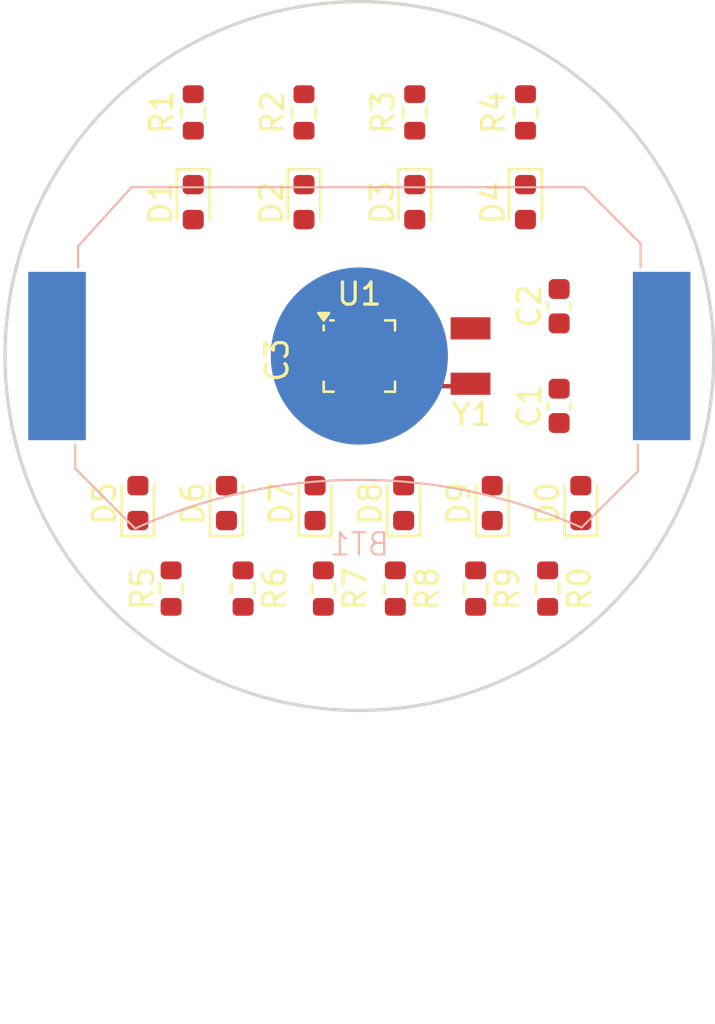
<source format=kicad_pcb>
(kicad_pcb (version 20241229) (generator "pcbnew") (generator_version "9.0")
  (layers (0 "F.Cu" signal) (2 "B.Cu" signal) (13 "F.Paste" user) (15 "B.Paste" user) (5 "F.SilkS" user "F.Silkscreen") (7 "B.SilkS" user "B.Silkscreen") (1 "F.Mask" user) (3 "B.Mask" user) (25 "Edge.Cuts" user))
  (net 0 "")
  (net 1 "Net-(U1-PB3)")
  (net 2 "Net-(U1-PB2)")
  (net 3 "Net-(D1-A)")
  (net 4 "Net-(D1-K)")
  (net 5 "Net-(D2-K)")
  (net 6 "Net-(D2-A)")
  (net 7 "Net-(D3-A)")
  (net 8 "Net-(D3-K)")
  (net 9 "Net-(D4-A)")
  (net 10 "Net-(D4-K)")
  (net 11 "Net-(D5-K)")
  (net 12 "Net-(D5-A)")
  (net 13 "Net-(D6-A)")
  (net 14 "Net-(D6-K)")
  (net 15 "Net-(D7-K)")
  (net 16 "Net-(D7-A)")
  (net 17 "Net-(D8-K)")
  (net 18 "Net-(D8-A)")
  (net 19 "Net-(D9-K)")
  (net 20 "Net-(D9-A)")
  (net 25 "VCC")
  (net 26 "GND")
  (net 27 "Net-(D0-A)")
  (net 28 "Net-(D0-K)")
  (footprint "Resistor_SMD:R_0603_1608Metric" (layer "F.Cu") (at 94.75 110.5 -90)
    (property "Reference" "R6" (at 0 -1.43 90) (layer "F.SilkS"))
    (property "Value" "50Ω")
    (fp_line (start -0.237258 0.5225) (end 0.237258 0.5225) (stroke (width 0.12)) (layer "F.SilkS"))
    (fp_line (start -0.237258 -0.5225) (end 0.237258 -0.5225) (stroke (width 0.12)) (layer "F.SilkS"))
    (pad "1" smd roundrect (at -0.825 0 270) (size 0.8 0.95) (layers "F.Cu" "F.Mask" "F.Paste") (net 14 "Net-(D6-K)"))
    (pad "2" smd roundrect (at 0.825 0 270) (size 0.8 0.95) (layers "F.Cu" "F.Mask" "F.Paste") (net 26 "GND"))
  )
  (footprint "LED_SMD:LED_0603_1608Metric" (layer "F.Cu") (at 106 106.64 90)
    (property "Reference" "D9" (at -0.02 -1.51 90) (layer "F.SilkS"))
    (property "Value" "LED")
    (fp_line (start 0.8 -0.735) (end -1.485 -0.735) (stroke (width 0.12)) (layer "F.SilkS"))
    (fp_line (start -1.485 -0.735) (end -1.485 0.735) (stroke (width 0.12)) (layer "F.SilkS"))
    (fp_line (start -1.485 0.735) (end 0.8 0.735) (stroke (width 0.12)) (layer "F.SilkS"))
    (pad "1" smd roundrect (at -0.7875 0 90) (size 0.875 0.95) (layers "F.Cu" "F.Mask" "F.Paste") (net 19 "Net-(D9-K)"))
    (pad "2" smd roundrect (at 0.7875 0 90) (size 0.875 0.95) (layers "F.Cu" "F.Mask" "F.Paste") (net 20 "Net-(D9-A)"))
  )
  (footprint "LED_SMD:LED_0603_1608Metric" (layer "F.Cu") (at 90 106.64 90)
    (property "Reference" "D5" (at -0.02 -1.51 90) (layer "F.SilkS"))
    (property "Value" "LED")
    (fp_line (start 0.8 -0.735) (end -1.485 -0.735) (stroke (width 0.12)) (layer "F.SilkS"))
    (fp_line (start -1.485 -0.735) (end -1.485 0.735) (stroke (width 0.12)) (layer "F.SilkS"))
    (fp_line (start -1.485 0.735) (end 0.8 0.735) (stroke (width 0.12)) (layer "F.SilkS"))
    (pad "1" smd roundrect (at -0.7875 0 90) (size 0.875 0.95) (layers "F.Cu" "F.Mask" "F.Paste") (net 11 "Net-(D5-K)"))
    (pad "2" smd roundrect (at 0.7875 0 90) (size 0.875 0.95) (layers "F.Cu" "F.Mask" "F.Paste") (net 12 "Net-(D5-A)"))
  )
  (footprint "Package_DFN_QFN:VQFN-20-1EP_3x3mm_P0.4mm_EP1.7x1.7mm" (layer "F.Cu") (at 100 100)
    (property "Reference" "U1" (at 0 -2.8 0) (layer "F.SilkS"))
    (property "Value" "ATtiny1616-M")
    (fp_line (start -1.61 -1.16) (end -1.61 -1.37) (stroke (width 0.12)) (layer "F.SilkS"))
    (fp_line (start -1.61 1.61) (end -1.61 1.16) (stroke (width 0.12)) (layer "F.SilkS"))
    (fp_line (start -1.16 -1.61) (end -1.31 -1.61) (stroke (width 0.12)) (layer "F.SilkS"))
    (fp_line (start -1.16 1.61) (end -1.61 1.61) (stroke (width 0.12)) (layer "F.SilkS"))
    (fp_line (start 1.16 -1.61) (end 1.61 -1.61) (stroke (width 0.12)) (layer "F.SilkS"))
    (fp_line (start 1.16 1.61) (end 1.61 1.61) (stroke (width 0.12)) (layer "F.SilkS"))
    (fp_line (start 1.61 -1.61) (end 1.61 -1.16) (stroke (width 0.12)) (layer "F.SilkS"))
    (fp_line (start 1.61 1.61) (end 1.61 1.16) (stroke (width 0.12)) (layer "F.SilkS"))
    (fp_poly (pts (xy -1.61 -1.61) (xy -1.85 -1.94) (xy -1.37 -1.94)) (stroke (width 0.12)) (fill yes) (layer "F.SilkS"))
    (pad "1" smd custom (at -1.45 -0.8) (size 0.143431 0.143431) (layers "F.Cu" "F.Mask" "F.Paste") (options (clearance outline) (anchor circle)) (primitives (gr_poly (pts (xy -0.35 -0.05) (xy 0.299289 -0.05) (xy 0.35 0.000711) (xy 0.35 0.05) (xy -0.35 0.05)) (width 0.1) (fill yes))))
    (pad "2" smd roundrect (at -1.45 -0.4) (size 0.8 0.2) (layers "F.Cu" "F.Mask" "F.Paste"))
    (pad "3" smd roundrect (at -1.45 0) (size 0.8 0.2) (layers "F.Cu" "F.Mask" "F.Paste") (net 26 "GND"))
    (pad "4" smd roundrect (at -1.45 0.4) (size 0.8 0.2) (layers "F.Cu" "F.Mask" "F.Paste") (net 25 "VCC"))
    (pad "5" smd custom (at -1.45 0.8) (size 0.143431 0.143431) (layers "F.Cu" "F.Mask" "F.Paste") (net 12 "Net-(D5-A)") (options (clearance outline) (anchor circle)) (primitives (gr_poly (pts (xy -0.35 -0.05) (xy 0.35 -0.05) (xy 0.35 -0.000711) (xy 0.299289 0.05) (xy -0.35 0.05)) (width 0.1) (fill yes))))
    (pad "6" smd custom (at -0.8 1.45) (size 0.143431 0.143431) (layers "F.Cu" "F.Mask" "F.Paste") (net 13 "Net-(D6-A)") (options (clearance outline) (anchor circle)) (primitives (gr_poly (pts (xy -0.05 -0.299289) (xy 0.000711 -0.35) (xy 0.05 -0.35) (xy 0.05 0.35) (xy -0.05 0.35)) (width 0.1) (fill yes))))
    (pad "7" smd roundrect (at -0.4 1.45) (size 0.2 0.8) (layers "F.Cu" "F.Mask" "F.Paste") (net 16 "Net-(D7-A)"))
    (pad "8" smd roundrect (at 0 1.45) (size 0.2 0.8) (layers "F.Cu" "F.Mask" "F.Paste") (net 18 "Net-(D8-A)"))
    (pad "9" smd roundrect (at 0.4 1.45) (size 0.2 0.8) (layers "F.Cu" "F.Mask" "F.Paste") (net 20 "Net-(D9-A)"))
    (pad "10" smd custom (at 0.8 1.45) (size 0.143431 0.143431) (layers "F.Cu" "F.Mask" "F.Paste") (net 27 "Net-(D0-A)") (options (clearance outline) (anchor circle)) (primitives (gr_poly (pts (xy -0.05 -0.35) (xy -0.000711 -0.35) (xy 0.05 -0.299289) (xy 0.05 0.35) (xy -0.05 0.35)) (width 0.1) (fill yes))))
    (pad "11" smd custom (at 1.45 0.8) (size 0.143431 0.143431) (layers "F.Cu" "F.Mask" "F.Paste") (net 1 "Net-(U1-PB3)") (options (clearance outline) (anchor circle)) (primitives (gr_poly (pts (xy -0.35 -0.05) (xy 0.35 -0.05) (xy 0.35 0.05) (xy -0.299289 0.05) (xy -0.35 -0.000711)) (width 0.1) (fill yes))))
    (pad "12" smd roundrect (at 1.45 0.4) (size 0.8 0.2) (layers "F.Cu" "F.Mask" "F.Paste") (net 2 "Net-(U1-PB2)"))
    (pad "13" smd roundrect (at 1.45 0) (size 0.8 0.2) (layers "F.Cu" "F.Mask" "F.Paste"))
    (pad "14" smd roundrect (at 1.45 -0.4) (size 0.8 0.2) (layers "F.Cu" "F.Mask" "F.Paste"))
    (pad "15" smd custom (at 1.45 -0.8) (size 0.143431 0.143431) (layers "F.Cu" "F.Mask" "F.Paste") (options (clearance outline) (anchor circle)) (primitives (gr_poly (pts (xy -0.35 0.000711) (xy -0.299289 -0.05) (xy 0.35 -0.05) (xy 0.35 0.05) (xy -0.35 0.05)) (width 0.1) (fill yes))))
    (pad "16" smd custom (at 0.8 -1.45) (size 0.143431 0.143431) (layers "F.Cu" "F.Mask" "F.Paste") (net 6 "Net-(D2-A)") (options (clearance outline) (anchor circle)) (primitives (gr_poly (pts (xy -0.05 -0.35) (xy 0.05 -0.35) (xy 0.05 0.299289) (xy -0.000711 0.35) (xy -0.05 0.35)) (width 0.1) (fill yes))))
    (pad "17" smd roundrect (at 0.4 -1.45) (size 0.2 0.8) (layers "F.Cu" "F.Mask" "F.Paste") (net 7 "Net-(D3-A)"))
    (pad "18" smd roundrect (at 0 -1.45) (size 0.2 0.8) (layers "F.Cu" "F.Mask" "F.Paste") (net 9 "Net-(D4-A)"))
    (pad "19" smd roundrect (at -0.4 -1.45) (size 0.2 0.8) (layers "F.Cu" "F.Mask" "F.Paste"))
    (pad "20" smd custom (at -0.8 -1.45) (size 0.143431 0.143431) (layers "F.Cu" "F.Mask" "F.Paste") (net 3 "Net-(D1-A)") (options (clearance outline) (anchor circle)) (primitives (gr_poly (pts (xy -0.05 -0.35) (xy 0.05 -0.35) (xy 0.05 0.35) (xy 0.000711 0.35) (xy -0.05 0.299289)) (width 0.1) (fill yes))))
    (pad "21" smd rect (at 0 0) (size 1.7 1.7) (property pad_prop_heatsink) (layers "F.Cu" "F.Mask") (net 26 "GND"))
  )
  (footprint "LED_SMD:LED_0603_1608Metric" (layer "F.Cu") (at 98 106.64 90)
    (property "Reference" "D7" (at -0.02 -1.51 90) (layer "F.SilkS"))
    (property "Value" "LED")
    (fp_line (start 0.8 -0.735) (end -1.485 -0.735) (stroke (width 0.12)) (layer "F.SilkS"))
    (fp_line (start -1.485 -0.735) (end -1.485 0.735) (stroke (width 0.12)) (layer "F.SilkS"))
    (fp_line (start -1.485 0.735) (end 0.8 0.735) (stroke (width 0.12)) (layer "F.SilkS"))
    (pad "1" smd roundrect (at -0.7875 0 90) (size 0.875 0.95) (layers "F.Cu" "F.Mask" "F.Paste") (net 15 "Net-(D7-K)"))
    (pad "2" smd roundrect (at 0.7875 0 90) (size 0.875 0.95) (layers "F.Cu" "F.Mask" "F.Paste") (net 16 "Net-(D7-A)"))
  )
  (footprint "Resistor_SMD:R_0603_1608Metric" (layer "F.Cu") (at 92.5 89 90)
    (property "Reference" "R1" (at 0 -1.43 90) (layer "F.SilkS"))
    (property "Value" "50Ω")
    (fp_line (start -0.237258 -0.5225) (end 0.237258 -0.5225) (stroke (width 0.12)) (layer "F.SilkS"))
    (fp_line (start -0.237258 0.5225) (end 0.237258 0.5225) (stroke (width 0.12)) (layer "F.SilkS"))
    (pad "1" smd roundrect (at -0.825 0 90) (size 0.8 0.95) (layers "F.Cu" "F.Mask" "F.Paste") (net 4 "Net-(D1-K)"))
    (pad "2" smd roundrect (at 0.825 0 90) (size 0.8 0.95) (layers "F.Cu" "F.Mask" "F.Paste") (net 26 "GND"))
  )
  (footprint "Capacitor_SMD:C_0603_1608Metric" (layer "F.Cu") (at 109.02 102.25 -90)
    (property "Reference" "C1" (at 0 1.35 90) (layer "F.SilkS"))
    (property "Value" "15pf")
    (fp_line (start -0.14058 0.51) (end 0.14058 0.51) (stroke (width 0.12)) (layer "F.SilkS"))
    (fp_line (start -0.14058 -0.51) (end 0.14058 -0.51) (stroke (width 0.12)) (layer "F.SilkS"))
    (pad "1" smd roundrect (at -0.775 0 270) (size 0.9 0.95) (layers "F.Cu" "F.Mask" "F.Paste") (net 1 "Net-(U1-PB3)"))
    (pad "2" smd roundrect (at 0.775 0 270) (size 0.9 0.95) (layers "F.Cu" "F.Mask" "F.Paste") (net 26 "GND"))
  )
  (footprint "Resistor_SMD:R_0603_1608Metric" (layer "F.Cu") (at 98.375 110.5 -90)
    (property "Reference" "R7" (at 0 -1.43 90) (layer "F.SilkS"))
    (property "Value" "50Ω")
    (fp_line (start -0.237258 0.5225) (end 0.237258 0.5225) (stroke (width 0.12)) (layer "F.SilkS"))
    (fp_line (start -0.237258 -0.5225) (end 0.237258 -0.5225) (stroke (width 0.12)) (layer "F.SilkS"))
    (pad "1" smd roundrect (at -0.825 0 270) (size 0.8 0.95) (layers "F.Cu" "F.Mask" "F.Paste") (net 15 "Net-(D7-K)"))
    (pad "2" smd roundrect (at 0.825 0 270) (size 0.8 0.95) (layers "F.Cu" "F.Mask" "F.Paste") (net 26 "GND"))
  )
  (footprint "LED_SMD:LED_0603_1608Metric" (layer "F.Cu") (at 92.5 93.05 -90)
    (property "Reference" "D1" (at 0.03 1.47 90) (layer "F.SilkS"))
    (property "Value" "LED")
    (fp_line (start -1.485 0.735) (end 0.8 0.735) (stroke (width 0.12)) (layer "F.SilkS"))
    (fp_line (start -1.485 -0.735) (end -1.485 0.735) (stroke (width 0.12)) (layer "F.SilkS"))
    (fp_line (start 0.8 -0.735) (end -1.485 -0.735) (stroke (width 0.12)) (layer "F.SilkS"))
    (pad "1" smd roundrect (at -0.7875 0 270) (size 0.875 0.95) (layers "F.Cu" "F.Mask" "F.Paste") (net 4 "Net-(D1-K)"))
    (pad "2" smd roundrect (at 0.7875 0 270) (size 0.875 0.95) (layers "F.Cu" "F.Mask" "F.Paste") (net 3 "Net-(D1-A)"))
  )
  (footprint "Capacitor_SMD:C_0201_0603Metric" (layer "F.Cu") (at 97.33 100.18 90)
    (property "Reference" "C3" (at 0 -1.05 90) (layer "F.SilkS"))
    (property "Value" "0.1 µF")
    (pad "1" smd roundrect (at -0.32 0 90) (size 0.46 0.4) (layers "F.Cu" "F.Mask") (net 25 "VCC"))
    (pad "2" smd roundrect (at 0.32 0 90) (size 0.46 0.4) (layers "F.Cu" "F.Mask") (net 26 "GND"))
  )
  (footprint "Resistor_SMD:R_0603_1608Metric" (layer "F.Cu") (at 107.5 89 90)
    (property "Reference" "R4" (at 0 -1.43 90) (layer "F.SilkS"))
    (property "Value" "50Ω")
    (fp_line (start -0.237258 -0.5225) (end 0.237258 -0.5225) (stroke (width 0.12)) (layer "F.SilkS"))
    (fp_line (start -0.237258 0.5225) (end 0.237258 0.5225) (stroke (width 0.12)) (layer "F.SilkS"))
    (pad "1" smd roundrect (at -0.825 0 90) (size 0.8 0.95) (layers "F.Cu" "F.Mask" "F.Paste") (net 10 "Net-(D4-K)"))
    (pad "2" smd roundrect (at 0.825 0 90) (size 0.8 0.95) (layers "F.Cu" "F.Mask" "F.Paste") (net 26 "GND"))
  )
  (footprint "LED_SMD:LED_0603_1608Metric" (layer "F.Cu") (at 102.5 93.05 -90)
    (property "Reference" "D3" (at 0.02 1.47 90) (layer "F.SilkS"))
    (property "Value" "LED")
    (fp_line (start -1.485 0.735) (end 0.8 0.735) (stroke (width 0.12)) (layer "F.SilkS"))
    (fp_line (start -1.485 -0.735) (end -1.485 0.735) (stroke (width 0.12)) (layer "F.SilkS"))
    (fp_line (start 0.8 -0.735) (end -1.485 -0.735) (stroke (width 0.12)) (layer "F.SilkS"))
    (pad "1" smd roundrect (at -0.7875 0 270) (size 0.875 0.95) (layers "F.Cu" "F.Mask" "F.Paste") (net 8 "Net-(D3-K)"))
    (pad "2" smd roundrect (at 0.7875 0 270) (size 0.875 0.95) (layers "F.Cu" "F.Mask" "F.Paste") (net 7 "Net-(D3-A)"))
  )
  (footprint "LED_SMD:LED_0603_1608Metric" (layer "F.Cu") (at 94 106.64 90)
    (property "Reference" "D6" (at -0.02 -1.51 90) (layer "F.SilkS"))
    (property "Value" "LED")
    (fp_line (start 0.8 -0.735) (end -1.485 -0.735) (stroke (width 0.12)) (layer "F.SilkS"))
    (fp_line (start -1.485 -0.735) (end -1.485 0.735) (stroke (width 0.12)) (layer "F.SilkS"))
    (fp_line (start -1.485 0.735) (end 0.8 0.735) (stroke (width 0.12)) (layer "F.SilkS"))
    (pad "1" smd roundrect (at -0.7875 0 90) (size 0.875 0.95) (layers "F.Cu" "F.Mask" "F.Paste") (net 14 "Net-(D6-K)"))
    (pad "2" smd roundrect (at 0.7875 0 90) (size 0.875 0.95) (layers "F.Cu" "F.Mask" "F.Paste") (net 13 "Net-(D6-A)"))
  )
  (footprint "LED_SMD:LED_0603_1608Metric" (layer "F.Cu") (at 97.5 93.05 -90)
    (property "Reference" "D2" (at 0.03 1.47 90) (layer "F.SilkS"))
    (property "Value" "LED")
    (fp_line (start -1.485 0.735) (end 0.8 0.735) (stroke (width 0.12)) (layer "F.SilkS"))
    (fp_line (start -1.485 -0.735) (end -1.485 0.735) (stroke (width 0.12)) (layer "F.SilkS"))
    (fp_line (start 0.8 -0.735) (end -1.485 -0.735) (stroke (width 0.12)) (layer "F.SilkS"))
    (pad "1" smd roundrect (at -0.7875 0 270) (size 0.875 0.95) (layers "F.Cu" "F.Mask" "F.Paste") (net 5 "Net-(D2-K)"))
    (pad "2" smd roundrect (at 0.7875 0 270) (size 0.875 0.95) (layers "F.Cu" "F.Mask" "F.Paste") (net 6 "Net-(D2-A)"))
  )
  (footprint "LED_SMD:LED_0603_1608Metric" (layer "F.Cu") (at 107.5 93.05 -90)
    (property "Reference" "D4" (at 0.02 1.47 90) (layer "F.SilkS"))
    (property "Value" "LED")
    (fp_line (start -1.485 0.735) (end 0.8 0.735) (stroke (width 0.12)) (layer "F.SilkS"))
    (fp_line (start -1.485 -0.735) (end -1.485 0.735) (stroke (width 0.12)) (layer "F.SilkS"))
    (fp_line (start 0.8 -0.735) (end -1.485 -0.735) (stroke (width 0.12)) (layer "F.SilkS"))
    (pad "1" smd roundrect (at -0.7875 0 270) (size 0.875 0.95) (layers "F.Cu" "F.Mask" "F.Paste") (net 10 "Net-(D4-K)"))
    (pad "2" smd roundrect (at 0.7875 0 270) (size 0.875 0.95) (layers "F.Cu" "F.Mask" "F.Paste") (net 9 "Net-(D4-A)"))
  )
  (footprint "Resistor_SMD:R_0603_1608Metric" (layer "F.Cu") (at 108.5 110.5 -90)
    (property "Reference" "R0" (at 0 -1.43 90) (layer "F.SilkS"))
    (property "Value" "50Ω")
    (fp_line (start -0.237258 0.5225) (end 0.237258 0.5225) (stroke (width 0.12)) (layer "F.SilkS"))
    (fp_line (start -0.237258 -0.5225) (end 0.237258 -0.5225) (stroke (width 0.12)) (layer "F.SilkS"))
    (pad "1" smd roundrect (at -0.825 0 270) (size 0.8 0.95) (layers "F.Cu" "F.Mask" "F.Paste") (net 28 "Net-(D0-K)"))
    (pad "2" smd roundrect (at 0.825 0 270) (size 0.8 0.95) (layers "F.Cu" "F.Mask" "F.Paste") (net 26 "GND"))
  )
  (footprint "LED_SMD:LED_0603_1608Metric" (layer "F.Cu") (at 110 106.64 90)
    (property "Reference" "D0" (at -0.02 -1.51 90) (layer "F.SilkS"))
    (property "Value" "LED")
    (fp_line (start 0.8 -0.735) (end -1.485 -0.735) (stroke (width 0.12)) (layer "F.SilkS"))
    (fp_line (start -1.485 -0.735) (end -1.485 0.735) (stroke (width 0.12)) (layer "F.SilkS"))
    (fp_line (start -1.485 0.735) (end 0.8 0.735) (stroke (width 0.12)) (layer "F.SilkS"))
    (pad "1" smd roundrect (at -0.7875 0 90) (size 0.875 0.95) (layers "F.Cu" "F.Mask" "F.Paste") (net 28 "Net-(D0-K)"))
    (pad "2" smd roundrect (at 0.7875 0 90) (size 0.875 0.95) (layers "F.Cu" "F.Mask" "F.Paste") (net 27 "Net-(D0-A)"))
  )
  (footprint "Resistor_SMD:R_0603_1608Metric" (layer "F.Cu") (at 97.5 89 90)
    (property "Reference" "R2" (at 0 -1.43 90) (layer "F.SilkS"))
    (property "Value" "50Ω")
    (fp_line (start -0.237258 -0.5225) (end 0.237258 -0.5225) (stroke (width 0.12)) (layer "F.SilkS"))
    (fp_line (start -0.237258 0.5225) (end 0.237258 0.5225) (stroke (width 0.12)) (layer "F.SilkS"))
    (pad "1" smd roundrect (at -0.825 0 90) (size 0.8 0.95) (layers "F.Cu" "F.Mask" "F.Paste") (net 5 "Net-(D2-K)"))
    (pad "2" smd roundrect (at 0.825 0 90) (size 0.8 0.95) (layers "F.Cu" "F.Mask" "F.Paste") (net 26 "GND"))
  )
  (footprint "Resistor_SMD:R_0603_1608Metric" (layer "F.Cu") (at 101.625 110.5 -90)
    (property "Reference" "R8" (at 0 -1.43 90) (layer "F.SilkS"))
    (property "Value" "50Ω")
    (fp_line (start -0.237258 0.5225) (end 0.237258 0.5225) (stroke (width 0.12)) (layer "F.SilkS"))
    (fp_line (start -0.237258 -0.5225) (end 0.237258 -0.5225) (stroke (width 0.12)) (layer "F.SilkS"))
    (pad "1" smd roundrect (at -0.825 0 270) (size 0.8 0.95) (layers "F.Cu" "F.Mask" "F.Paste") (net 17 "Net-(D8-K)"))
    (pad "2" smd roundrect (at 0.825 0 270) (size 0.8 0.95) (layers "F.Cu" "F.Mask" "F.Paste") (net 26 "GND"))
  )
  (footprint "Library:FC31M2-32.768-NTLNNDTL" (layer "F.Cu") (at 105.02 100)
    (property "Reference" "Y1" (at 0.06 2.63 0) (layer "F.SilkS"))
    (property "Value" "Crystal")
    (pad "1" smd rect (at 0 -1.25 180) (size 1.8 1) (layers "F.Cu" "F.Mask" "F.Paste") (net 2 "Net-(U1-PB2)"))
    (pad "2" smd rect (at 0 1.25 180) (size 1.8 1) (layers "F.Cu" "F.Mask" "F.Paste") (net 1 "Net-(U1-PB3)"))
  )
  (footprint "LED_SMD:LED_0603_1608Metric" (layer "F.Cu") (at 102 106.64 90)
    (property "Reference" "D8" (at -0.02 -1.51 90) (layer "F.SilkS"))
    (property "Value" "LED")
    (fp_line (start 0.8 -0.735) (end -1.485 -0.735) (stroke (width 0.12)) (layer "F.SilkS"))
    (fp_line (start -1.485 -0.735) (end -1.485 0.735) (stroke (width 0.12)) (layer "F.SilkS"))
    (fp_line (start -1.485 0.735) (end 0.8 0.735) (stroke (width 0.12)) (layer "F.SilkS"))
    (pad "1" smd roundrect (at -0.7875 0 90) (size 0.875 0.95) (layers "F.Cu" "F.Mask" "F.Paste") (net 17 "Net-(D8-K)"))
    (pad "2" smd roundrect (at 0.7875 0 90) (size 0.875 0.95) (layers "F.Cu" "F.Mask" "F.Paste") (net 18 "Net-(D8-A)"))
  )
  (footprint "Capacitor_SMD:C_0603_1608Metric" (layer "F.Cu") (at 109.02 97.75 90)
    (property "Reference" "C2" (at 0 -1.35 270) (layer "F.SilkS"))
    (property "Value" "15pf")
    (fp_line (start -0.14058 -0.51) (end 0.14058 -0.51) (stroke (width 0.12)) (layer "F.SilkS"))
    (fp_line (start -0.14058 0.51) (end 0.14058 0.51) (stroke (width 0.12)) (layer "F.SilkS"))
    (pad "1" smd roundrect (at -0.775 0 90) (size 0.9 0.95) (layers "F.Cu" "F.Mask" "F.Paste") (net 2 "Net-(U1-PB2)"))
    (pad "2" smd roundrect (at 0.775 0 90) (size 0.9 0.95) (layers "F.Cu" "F.Mask" "F.Paste") (net 26 "GND"))
  )
  (footprint "Resistor_SMD:R_0603_1608Metric" (layer "F.Cu") (at 105.25 110.5 -90)
    (property "Reference" "R9" (at 0 -1.43 90) (layer "F.SilkS"))
    (property "Value" "50Ω")
    (fp_line (start -0.237258 0.5225) (end 0.237258 0.5225) (stroke (width 0.12)) (layer "F.SilkS"))
    (fp_line (start -0.237258 -0.5225) (end 0.237258 -0.5225) (stroke (width 0.12)) (layer "F.SilkS"))
    (pad "1" smd roundrect (at -0.825 0 270) (size 0.8 0.95) (layers "F.Cu" "F.Mask" "F.Paste") (net 19 "Net-(D9-K)"))
    (pad "2" smd roundrect (at 0.825 0 270) (size 0.8 0.95) (layers "F.Cu" "F.Mask" "F.Paste") (net 26 "GND"))
  )
  (footprint "Resistor_SMD:R_0603_1608Metric" (layer "F.Cu") (at 91.5 110.5 -90)
    (property "Reference" "R5" (at -0.005 1.3 90) (layer "F.SilkS"))
    (property "Value" "50Ω")
    (fp_line (start -0.237258 0.5225) (end 0.237258 0.5225) (stroke (width 0.12)) (layer "F.SilkS"))
    (fp_line (start -0.237258 -0.5225) (end 0.237258 -0.5225) (stroke (width 0.12)) (layer "F.SilkS"))
    (pad "1" smd roundrect (at -0.825 0 270) (size 0.8 0.95) (layers "F.Cu" "F.Mask" "F.Paste") (net 11 "Net-(D5-K)"))
    (pad "2" smd roundrect (at 0.825 0 270) (size 0.8 0.95) (layers "F.Cu" "F.Mask" "F.Paste") (net 26 "GND"))
  )
  (footprint "Resistor_SMD:R_0603_1608Metric" (layer "F.Cu") (at 102.5 89 90)
    (property "Reference" "R3" (at 0 -1.43 90) (layer "F.SilkS"))
    (property "Value" "50Ω")
    (fp_line (start -0.237258 -0.5225) (end 0.237258 -0.5225) (stroke (width 0.12)) (layer "F.SilkS"))
    (fp_line (start -0.237258 0.5225) (end 0.237258 0.5225) (stroke (width 0.12)) (layer "F.SilkS"))
    (pad "1" smd roundrect (at -0.825 0 90) (size 0.8 0.95) (layers "F.Cu" "F.Mask" "F.Paste") (net 8 "Net-(D3-K)"))
    (pad "2" smd roundrect (at 0.825 0 90) (size 0.8 0.95) (layers "F.Cu" "F.Mask" "F.Paste") (net 26 "GND"))
  )
  (footprint "Library:MY-2450-03" (layer "B.Cu") (at 100 100 180)
    (property "Reference" "BT1" (at 0 -8.5 0) (layer "B.SilkS") (effects (font (thickness 0.1)) (justify mirror)))
    (property "Value" "2450 Battery_Cell")
    (fp_line (start 12.827 -5.08) (end 12.827 -4) (stroke (width 0.1)) (layer "B.SilkS"))
    (fp_line (start 12.827 -5.08) (end 10.16 -7.747) (stroke (width 0.1)) (layer "B.SilkS"))
    (fp_line (start 12.7 4.953) (end 12.7 4) (stroke (width 0.1)) (layer "B.SilkS"))
    (fp_line (start 10.287 7.62) (end 12.7 4.953) (stroke (width 0.1)) (layer "B.SilkS"))
    (fp_line (start -10.033 -7.747) (end -12.573 -5.207) (stroke (width 0.1)) (layer "B.SilkS"))
    (fp_line (start -10.16 7.62) (end 10.287 7.62) (stroke (width 0.1)) (layer "B.SilkS"))
    (fp_line (start -12.573 -5.207) (end -12.573 -4) (stroke (width 0.1)) (layer "B.SilkS"))
    (fp_line (start -12.7 5.08) (end -10.16 7.62) (stroke (width 0.1)) (layer "B.SilkS"))
    (fp_line (start -12.7 5.08) (end -12.7 4) (stroke (width 0.1)) (layer "B.SilkS"))
    (fp_arc (start 10.138206 -7.794734) (mid 0.057764 -5.589884) (end -10.033 -7.747) (stroke (width 0.1)) (layer "B.SilkS"))
    (pad "1" smd rect (at -13.65 0 180) (size 2.6 7.6) (layers "B.Cu" "B.Mask" "B.Paste") (net 25 "VCC"))
    (pad "1" smd rect (at 13.65 0 180) (size 2.6 7.6) (layers "B.Cu" "B.Mask" "B.Paste") (net 25 "VCC"))
    (pad "2" smd circle (at 0 0 180) (size 8 8) (layers "B.Cu" "B.Mask" "B.Paste") (net 26 "GND"))
  )
  (gr_circle (center 100 100) (end 116 100) (stroke (width 0.15)) (fill no) (layer "Edge.Cuts"))
  (segment (start 104.91 101.36) (end 105.02 101.25) (width 0.2) (layer "F.Cu") (net 1))
  (segment (start 102.01 101.36) (end 104.91 101.36) (width 0.2) (layer "F.Cu") (net 1))
  (segment (start 101.45 100.8) (end 102.01 101.36) (width 0.2) (layer "F.Cu") (net 1))
)
</source>
